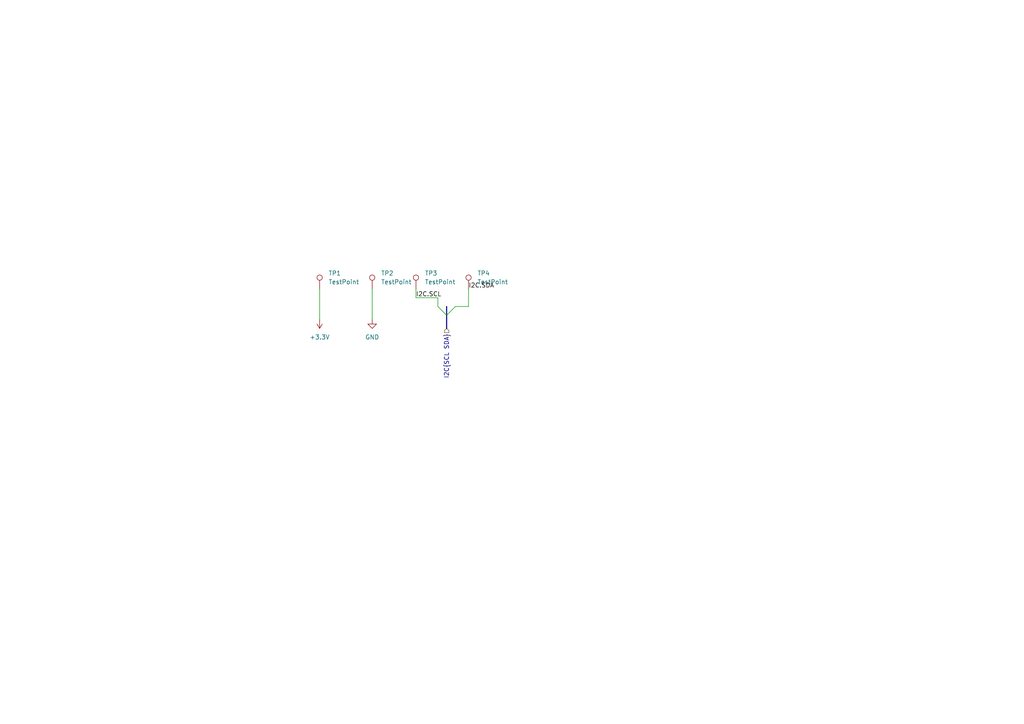
<source format=kicad_sch>
(kicad_sch (version 20250114) (generator "eeschema") (generator_version "9.0")
  (paper "A4")
  (lib_symbols
    (symbol "Connector:TestPoint" (pin_numbers (hide yes)) (pin_names (offset 0.762) (hide yes))
      (property "Reference" "TP" (at 0 6.858 0))
      (property "Value" "TestPoint" (at 0 5.08 0))
      (symbol "TestPoint_0_1"
        (circle (center 0 3.302) (radius 0.762))
      )
      (symbol "TestPoint_1_1"
        (pin passive line (at 0 0 90) (length 2.54) (name "1") (number "1"))
      )
    )
    (symbol "power:+3.3V" (power) (pin_numbers (hide yes)) (pin_names (offset 0) (hide yes))
      (property "Value" "+3.3V" (at 0 3.556 0))
      (symbol "+3.3V_0_1"
        (polyline (pts (xy -0.762 1.27) (xy 0 2.54)))
        (polyline (pts (xy 0 2.54) (xy 0.762 1.27)))
        (polyline (pts (xy 0 0) (xy 0 2.54)))
      )
      (symbol "+3.3V_1_1"
        (pin power_in line (at 0 0 90) (length 0) (name "~") (number "1"))
      )
    )
    (symbol "power:GND" (power) (pin_numbers (hide yes)) (pin_names (offset 0) (hide yes))
      (property "Value" "GND" (at 0 -3.81 0))
      (symbol "GND_0_1"
        (polyline (pts (xy 0 0) (xy 0 -1.27) (xy 1.27 -1.27) (xy 0 -2.54) (xy -1.27 -1.27) (xy 0 -1.27)))
      )
      (symbol "GND_1_1"
        (pin power_in line (at 0 0 270) (length 0) (name "~") (number "1"))
      )
    )
  )
  (bus_entry (at 129.54 91.44) (size 2.54 -2.54))
  (bus_entry (at 129.54 91.44) (size -2.54 -2.54))
  (wire (pts (xy 127 88.9) (xy 127 86.36)))
  (wire (pts (xy 127 86.36) (xy 120.65 86.36)))
  (wire (pts (xy 135.89 88.9) (xy 135.89 83.82)))
  (wire (pts (xy 120.65 86.36) (xy 120.65 83.82)))
  (wire (pts (xy 107.95 83.82) (xy 107.95 92.71)))
  (wire (pts (xy 132.08 88.9) (xy 135.89 88.9)))
  (wire (pts (xy 92.71 83.82) (xy 92.71 92.71)))
  (bus (pts (xy 129.54 91.44) (xy 129.54 95.25)))
  (bus (pts (xy 129.54 88.9) (xy 129.54 91.44)))
  (label "I2C.SCL" (at 120.65 86.36 0))
  (label "I2C.SDA" (at 135.89 83.82 0))
  (hierarchical_label "I2C{SCL SDA}" (shape input) (at 129.54 95.25 270))
  (symbol (lib_id "power:GND") (at 107.95 92.71 0) (unit 1)
    (property "Reference" "#PWR065" (effects (hide yes)))
    (property "Value" "GND" (at 107.95 97.79 0))
    (property "Description" "Power symbol creates a global label with name \"GND\" , ground" (effects (hide yes)))
  )
  (symbol (lib_id "Connector:TestPoint") (at 107.95 83.82 0) (unit 1)
    (property "Reference" "TP2" (at 110.49 79.2479 0) (effects (justify left)))
    (property "Value" "TestPoint" (at 110.49 81.7879 0) (effects (justify left)))
    (property "Footprint" "TestPoint:TestPoint_Pad_D2.0mm" (effects (hide yes)))
    (property "Description" "test point" (effects (hide yes)))
  )
  (symbol (lib_id "Connector:TestPoint") (at 92.71 83.82 0) (unit 1)
    (property "Reference" "TP1" (at 95.25 79.2479 0) (effects (justify left)))
    (property "Value" "TestPoint" (at 95.25 81.7879 0) (effects (justify left)))
    (property "Footprint" "TestPoint:TestPoint_Pad_D2.0mm" (effects (hide yes)))
    (property "Description" "test point" (effects (hide yes)))
  )
  (symbol (lib_id "power:+3.3V") (at 92.71 92.71 180) (unit 1)
    (property "Reference" "#PWR062" (effects (hide yes)))
    (property "Value" "+3.3V" (at 92.71 97.79 0))
    (property "Description" "Power symbol creates a global label with name \"+3.3V\"" (effects (hide yes)))
  )
  (symbol (lib_id "Connector:TestPoint") (at 120.65 83.82 0) (unit 1)
    (property "Reference" "TP3" (at 123.19 79.2479 0) (effects (justify left)))
    (property "Value" "TestPoint" (at 123.19 81.7879 0) (effects (justify left)))
    (property "Footprint" "TestPoint:TestPoint_Pad_D2.0mm" (effects (hide yes)))
    (property "Description" "test point" (effects (hide yes)))
  )
  (symbol (lib_id "Connector:TestPoint") (at 135.89 83.82 0) (unit 1)
    (property "Reference" "TP4" (at 138.43 79.2479 0) (effects (justify left)))
    (property "Value" "TestPoint" (at 138.43 81.7879 0) (effects (justify left)))
    (property "Footprint" "TestPoint:TestPoint_Pad_D2.0mm" (effects (hide yes)))
    (property "Description" "test point" (effects (hide yes)))
  )
)
</source>
